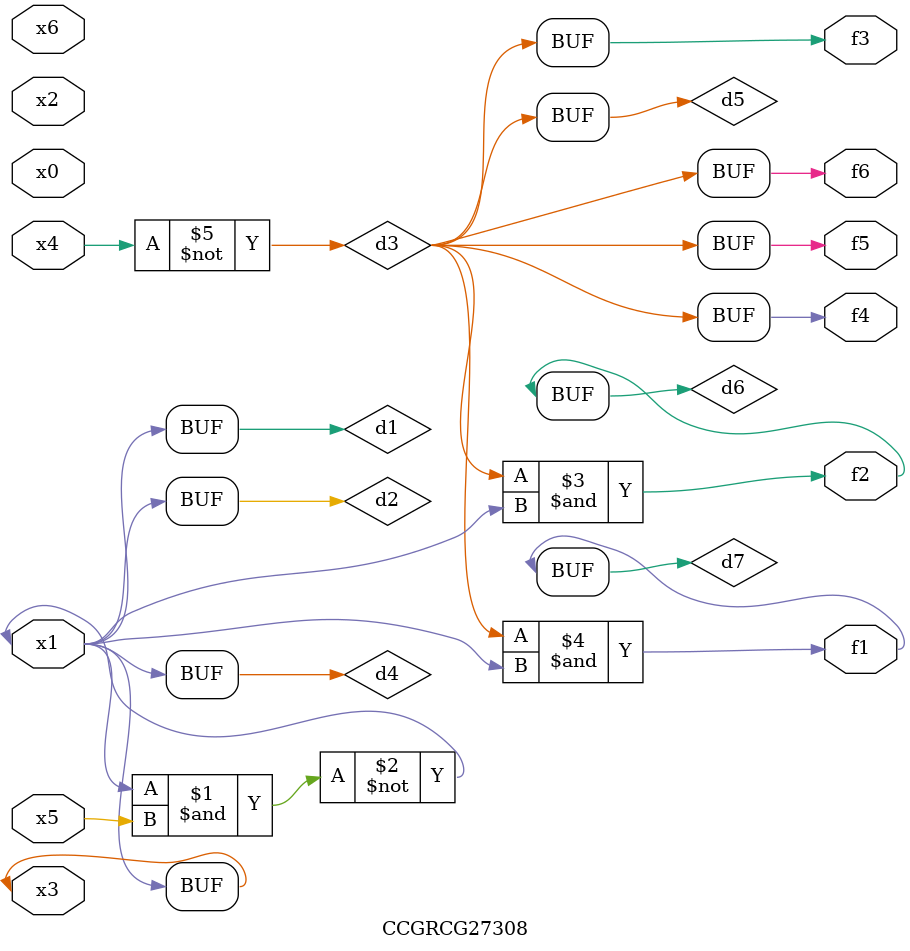
<source format=v>
module CCGRCG27308(
	input x0, x1, x2, x3, x4, x5, x6,
	output f1, f2, f3, f4, f5, f6
);

	wire d1, d2, d3, d4, d5, d6, d7;

	buf (d1, x1, x3);
	nand (d2, x1, x5);
	not (d3, x4);
	buf (d4, d1, d2);
	buf (d5, d3);
	and (d6, d3, d4);
	and (d7, d3, d4);
	assign f1 = d7;
	assign f2 = d6;
	assign f3 = d5;
	assign f4 = d5;
	assign f5 = d5;
	assign f6 = d5;
endmodule

</source>
